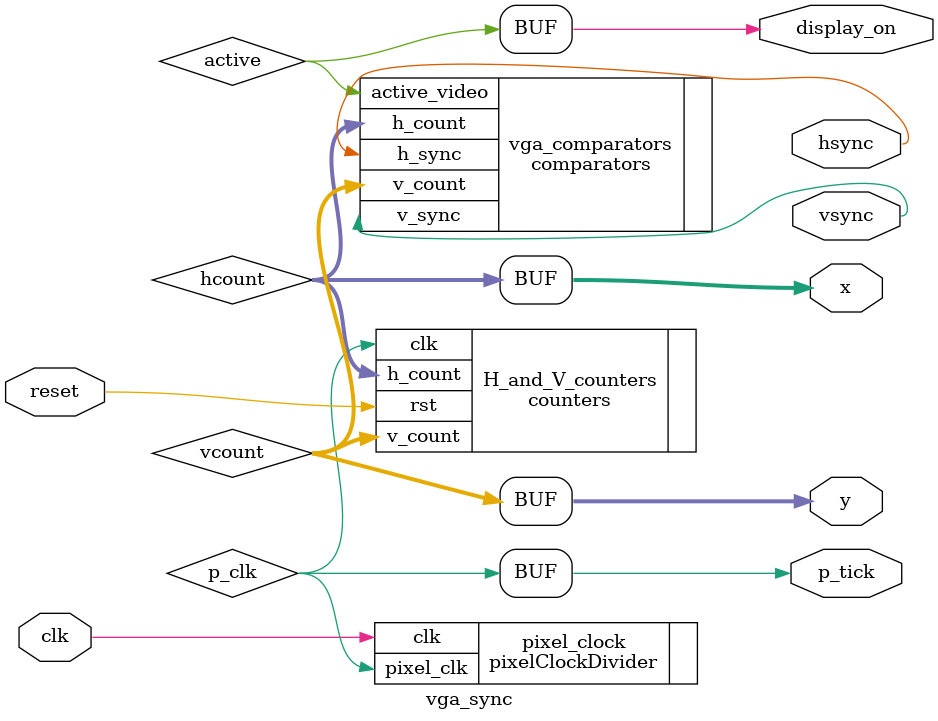
<source format=v>

/*
    VGA Sync Module: 
    Module that controls input and 
    provides output to VGA port
    on the Basys 3 board for display
    on a VGA monitor.
*/
module vga_sync(
    input clk,              // Clock driving display.
    input reset,            // Reset switch.
    output hsync,           // Hsync signal.
    output vsync,           // Vertical signal.
    output display_on,      // Signals if cursor is in active region of VGA Display.
    output p_tick,          // Pixel clock.
    output [9:0] x,         // Horizontal position of the cursor.
    output [9:0] y          // Vertical position of the cursor.
    );

    // Pixel clock divider.
    wire p_clk;
    pixelClockDivider pixel_clock (
        .clk(clk), 
        .pixel_clk(p_clk)
        );

    // Counters.
    wire [9:0] hcount, vcount;
    counters H_and_V_counters(
        .clk(p_clk), 
        .rst(reset), 
        .h_count(hcount), 
        .v_count(vcount)
        );

    // Comparators.
    wire active;
    comparators vga_comparators(
        .h_count(hcount), 
        .v_count(vcount), 
        .h_sync(hsync), 
        .v_sync(vsync), 
        .active_video(active)
        );

    // Assign outputs.
    assign x = hcount;
    assign y = vcount;
    assign p_tick = p_clk;
    assign display_on = active;
    
endmodule

</source>
